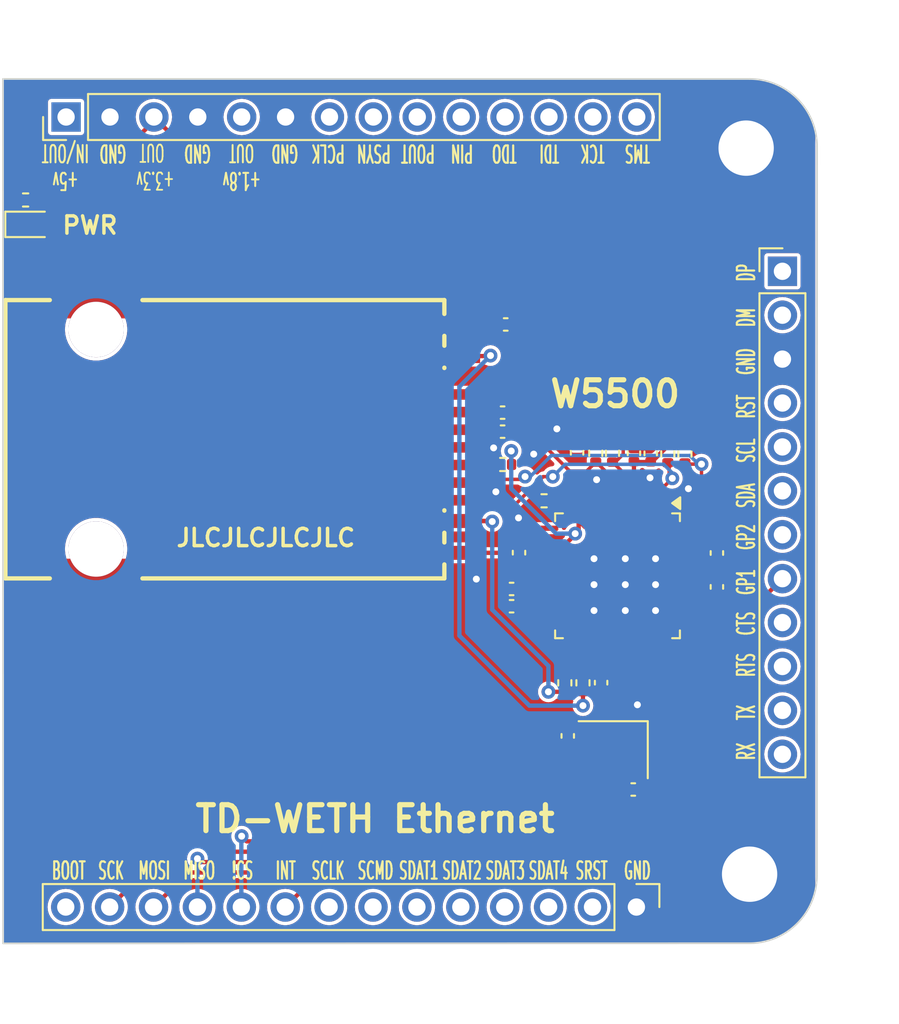
<source format=kicad_pcb>
(kicad_pcb (version 20240108) (generator "pcbnew") (generator_version "8.0")
  (title_block (title "TD-WRLS Ethernet hAT") (date "2024-09-02") (rev "1.0") (company "Teledatics Incorporated") (comment 1 "James Ewing"))
  (layers (0 "F.Cu" signal) (31 "B.Cu" signal) (34 "B.Paste" user) (35 "F.Paste" user) (36 "B.SilkS" user "B.Silkscreen") (37 "F.SilkS" user "F.Silkscreen") (38 "B.Mask" user) (39 "F.Mask" user) (44 "Edge.Cuts" user))
  (net 0 "")
  (net 1 "SDIO_DAT0_1v8")
  (net 2 "SPI_MISO")
  (net 3 "MODE")
  (net 4 "SPI_IRQ")
  (net 5 "SPI_MOSI")
  (net 6 "SPI_SCK")
  (net 7 "SDIO_DAT2_1v8")
  (net 8 "SPI_!CS")
  (net 9 "SDIO_CLK_1v8")
  (net 10 "SDIO_CMD_1v8")
  (net 11 "SDIO_DAT1_1v8")
  (net 12 "SDIO_DAT3_1v8")
  (net 13 "SDIO_RESET_1v8")
  (net 14 "~{RESET}")
  (net 15 "JTAG_TCK")
  (net 16 "JTAG_TDI")
  (net 17 "JTAG_TDO")
  (net 18 "JTAG_TMS")
  (net 19 "USB_D-")
  (net 20 "UART_CTS")
  (net 21 "UART_RTS")
  (net 22 "UART_TX")
  (net 23 "I2C_SDA")
  (net 24 "GPIO2")
  (net 25 "GPIO1")
  (net 26 "UART_RX")
  (net 27 "USB_D+")
  (net 28 "I2C_SCL")
  (net 29 "+1V8")
  (net 30 "PCM_CLK_1v8")
  (net 31 "PCM_OUT_1v8")
  (net 32 "PCM_IN_1v8")
  (net 33 "PCM_SYNC_1v8")
  (net 34 "GND")
  (net 35 "+5V")
  (net 36 "+3V3")
  (net 37 "Net-(C2-Pad2)")
  (net 38 "Net-(C7-Pad2)")
  (net 39 "Net-(C8-Pad2)")
  (net 40 "Net-(U2-1V2O)")
  (net 41 "Net-(U2-TOCAP)")
  (net 42 "Net-(RJ1-LED-)")
  (net 43 "Net-(RJ1-LED1-)")
  (net 44 "TD+")
  (net 45 "TD-")
  (net 46 "RX+")
  (net 47 "RX-")
  (net 48 "Net-(U2-EXRES1)")
  (net 49 "LEDB")
  (net 52 "LEDA")
  (net 63 "Net-(U2-XO)")
  (net 67 "Net-(U2-XI{slash}CLKIN)")
  (net 68 "Net-(D1-K)")
  (net 69 "Net-(RJ1-RD+)")
  (net 70 "Net-(RJ1-RD-)")
  (net 71 "Net-(R8-Pad2)")
  (footprint "Resistor_SMD:R_0402_1005Metric" (layer "F.Cu") (at 225.917716 99.2 90)
    (property "Reference" "R6")
    (property "Value" "49.9")
  )
  (footprint "Capacitor_SMD:C_0402_1005Metric" (layer "F.Cu") (at 219.557716 96.85)
    (property "Reference" "C14")
    (property "Value" "6.8n")
  )
  (footprint "Capacitor_SMD:C_0402_1005Metric" (layer "F.Cu") (at 225.257716 112.47 90)
    (property "Reference" "C11")
    (property "Value" "100n")
  )
  (footprint "Capacitor_SMD:C_0402_1005Metric" (layer "F.Cu") (at 227.117716 118.65)
    (property "Reference" "C8")
    (property "Value" "12pf")
  )
  (footprint "Capacitor_SMD:C_0402_1005Metric" (layer "F.Cu") (at 219.737716 91.75 180)
    (property "Reference" "C1")
    (property "Value" "100n")
  )
  (footprint "Resistor_SMD:R_0402_1005Metric" (layer "F.Cu") (at 230.107716 99.25 90)
    (property "Reference" "R4")
    (property "Value" "49.9")
  )
  (footprint "Capacitor_SMD:C_0402_1005Metric" (layer "F.Cu") (at 227.157716 99.2 -90)
    (property "Reference" "C12")
    (property "Value" "100n")
  )
  (footprint "Capacitor_SMD:C_0402_1005Metric" (layer "F.Cu") (at 220.077716 108.05)
    (property "Reference" "C9")
    (property "Value" "10n")
  )
  (footprint "Package_QFP:LQFP-48_7x7mm_P0.5mm" (layer "F.Cu") (at 226.207716 106.2875 -90)
    (property "Reference" "U2")
    (property "Value" "W5500")
  )
  (footprint "Capacitor_SMD:C_0402_1005Metric" (layer "F.Cu") (at 223.327716 115.55 90)
    (property "Reference" "C7")
    (property "Value" "12pf")
  )
  (footprint "Resistor_SMD:R_0402_1005Metric" (layer "F.Cu") (at 223.157716 112.48 -90)
    (property "Reference" "R1")
    (property "Value" "330R")
  )
  (footprint "Capacitor_SMD:C_0402_1005Metric" (layer "F.Cu") (at 231.957716 104.97 -90)
    (property "Reference" "C5")
    (property "Value" "10u")
  )
  (footprint "Capacitor_SMD:C_0402_1005Metric" (layer "F.Cu") (at 228.127716 99.21 -90)
    (property "Reference" "C6")
    (property "Value" "10u")
  )
  (footprint "Resistor_SMD:R_0402_1005Metric" (layer "F.Cu") (at 224.207716 112.48 -90)
    (property "Reference" "R2")
    (property "Value" "330R")
  )
  (footprint "Capacitor_SMD:C_0402_1005Metric" (layer "F.Cu") (at 220.507716 104.95 -90)
    (property "Reference" "C4")
    (property "Value" "100n")
  )
  (footprint "Connector_PinHeader_2.54mm:PinHeader_1x14_P2.54mm_Vertical" (layer "F.Cu") (at 194.3 79.75 90)
    (property "Reference" "J3")
    (property "Value" "Conn_01x14_Male")
  )
  (footprint "MountingHole:MountingHole_3.2mm_M3_Pad" (layer "F.Cu") (at 233.85 123.55)
    (property "Reference" "H2")
    (property "Value" "MountingHole")
  )
  (footprint "Resistor_SMD:R_0402_1005Metric" (layer "F.Cu") (at 219.567716 99.85 180)
    (property "Reference" "R8")
    (property "Value" "10R")
  )
  (footprint "MountingHole:MountingHole_3.2mm_M3_Pad" (layer "F.Cu") (at 233.65 81.55)
    (property "Reference" "H1")
    (property "Value" "MountingHole")
  )
  (footprint "Resistor_SMD:R_0402_1005Metric" (layer "F.Cu") (at 221.957716 101.95 180)
    (property "Reference" "R10")
    (property "Value" "12k4")
  )
  (footprint "Connector_PinHeader_2.54mm:PinHeader_1x12_P2.54mm_Vertical" (layer "F.Cu") (at 235.75 88.675)
    (property "Reference" "J2")
    (property "Value" "Conn_01x12_Male")
  )
  (footprint "Capacitor_SMD:C_0402_1005Metric" (layer "F.Cu") (at 219.557716 97.95)
    (property "Reference" "C13")
    (property "Value" "6.8n")
  )
  (footprint "Capacitor_SMD:C_0402_1005Metric" (layer "F.Cu") (at 231.957716 106.93 90)
    (property "Reference" "C3")
    (property "Value" "100n")
  )
  (footprint "Crystal:Crystal_SMD_3225-4Pin_3.2x2.5mm" (layer "F.Cu") (at 225.957716 116.35 180)
    (property "Reference" "Y1")
    (property "Value" "25 MHZ XTAL")
  )
  (footprint "Resistor_SMD:R_0402_1005Metric" (layer "F.Cu") (at 191.957716 84.55)
    (property "Reference" "R7")
    (property "Value" "2k2")
  )
  (footprint "Capacitor_SMD:C_0402_1005Metric" (layer "F.Cu") (at 223.867716 99.17 90)
    (property "Reference" "C2")
    (property "Value" "100n")
  )
  (footprint "Capacitor_SMD:C_0402_1005Metric" (layer "F.Cu") (at 220.077716 107.05)
    (property "Reference" "C10")
    (property "Value" "4u7")
  )
  (footprint "Resistor_SMD:R_0402_1005Metric" (layer "F.Cu") (at 229.117716 99.24 90)
    (property "Reference" "R3")
    (property "Value" "49.9")
  )
  (footprint "Connector_PinHeader_2.54mm:PinHeader_1x14_P2.54mm_Vertical" (layer "F.Cu") (at 227.3 125.45 -90)
    (property "Reference" "J1")
    (property "Value" "Conn_01x14_Male")
  )
  (footprint "Resistor_SMD:R_0402_1005Metric" (layer "F.Cu") (at 224.947716 99.2 90)
    (property "Reference" "R5")
    (property "Value" "49.9")
  )
  (footprint "easyeda2kicad:RJ45-SMD_HR961160C" (layer "F.Cu") (at 205.997716 98.35 90)
    (property "Reference" "RJ1")
    (property "Value" "HR961160C")
  )
  (footprint "LED_SMD:LED_0603_1608Metric" (layer "F.Cu") (at 192.267716 85.96)
    (property "Reference" "D1")
    (property "Value" "RD")
  )
  (footprint "teledatics:teledatics_logo_kicad_footprint" (layer "F.Cu") (at 213.464434 101.106453)
    (property "Reference" "G***")
    (property "Value" "LOGO" (hide yes))
  )
  (gr_line (start 233.842284 127.542284) (end 190.657716 127.55) (stroke (width 0.1)) (layer "Edge.Cuts"))
  (gr_line (start 190.65 77.55) (end 233.85 77.55) (stroke (width 0.1)) (layer "Edge.Cuts"))
  (gr_arc (start 237.742284 123.642284) (mid 236.6 126.4) (end 233.842284 127.542284) (stroke (width 0.1)) (layer "Edge.Cuts"))
  (gr_arc (start 233.85 77.55) (mid 236.607716 78.692284) (end 237.75 81.45) (stroke (width 0.1)) (layer "Edge.Cuts"))
  (gr_line (start 190.657716 127.55) (end 190.65 77.55) (stroke (width 0.1)) (layer "Edge.Cuts"))
  (gr_line (start 237.75 81.45) (end 237.742284 123.642284) (stroke (width 0.1)) (layer "Edge.Cuts"))
  (gr_text "+5v\nIN/OUT" (at 194.257716 82.633035 180) (layer "F.SilkS") (effects (font (size 1 0.5) (thickness 0.1125))))
  (gr_text "INT" (at 207.007716 123.35 0) (layer "F.SilkS") (effects (font (size 1 0.5) (thickness 0.125))))
  (gr_text "TMS" (at 227.357716 81.85 180) (layer "F.SilkS") (effects (font (size 1 0.5) (thickness 0.125))))
  (gr_text "PSYN" (at 212.107716 81.85 180) (layer "F.SilkS") (effects (font (size 1 0.5) (thickness 0.125))))
  (gr_text "GP1" (at 233.657716 106.65 90) (layer "F.SilkS") (effects (font (size 1 0.5) (thickness 0.125))))
  (gr_text "PIN" (at 217.207716 81.85 180) (layer "F.SilkS") (effects (font (size 1 0.5) (thickness 0.125))))
  (gr_text "TDI" (at 222.257716 81.85 180) (layer "F.SilkS") (effects (font (size 1 0.5) (thickness 0.125))))
  (gr_text "+3.3v\n OUT" (at 199.457716 82.611097 180) (layer "F.SilkS") (effects (font (size 1 0.5) (thickness 0.1))))
  (gr_text "TX" (at 233.657716 114.2 90) (layer "F.SilkS") (effects (font (size 1 0.5) (thickness 0.125))))
  (gr_text "SCLK" (at 209.457716 123.35 0) (layer "F.SilkS") (effects (font (size 1 0.5) (thickness 0.125))))
  (gr_text "TCK" (at 224.757716 81.85 180) (layer "F.SilkS") (effects (font (size 1 0.5) (thickness 0.125))))
  (gr_text "DM" (at 233.657716 91.35 90) (layer "F.SilkS") (effects (font (size 1 0.5) (thickness 0.125))))
  (gr_text "W5500" (at 222.157716 96.65 0) (layer "F.SilkS") (effects (font (size 1.5 1.5) (thickness 0.3) (bold yes)) (justify left bottom)))
  (gr_text "RX" (at 233.657716 116.45 90) (layer "F.SilkS") (effects (font (size 1 0.5) (thickness 0.125))))
  (gr_text "SCK" (at 196.907716 123.35 0) (layer "F.SilkS") (effects (font (size 1 0.5) (thickness 0.125))))
  (gr_text "SDA" (at 233.657716 101.65 90) (layer "F.SilkS") (effects (font (size 1 0.5) (thickness 0.125))))
  (gr_text "+1.8v\nOUT" (at 204.457716 82.633035 180) (layer "F.SilkS") (effects (font (size 1 0.5) (thickness 0.1125))))
  (gr_text "TDO" (at 219.657716 81.85 180) (layer "F.SilkS") (effects (font (size 1 0.5) (thickness 0.125))))
  (gr_text "POUT" (at 214.657716 81.85 180) (layer "F.SilkS") (effects (font (size 1 0.5) (thickness 0.125))))
  (gr_text "CTS" (at 233.657716 109.05 90) (layer "F.SilkS") (effects (font (size 1 0.5) (thickness 0.125))))
  (gr_text "SCMD" (at 212.207716 123.35 0) (layer "F.SilkS") (effects (font (size 1 0.5) (thickness 0.125))))
  (gr_text "RTS" (at 233.657716 111.45 90) (layer "F.SilkS") (effects (font (size 1 0.5) (thickness 0.125))))
  (gr_text "GP2" (at 233.657716 104.05 90) (layer "F.SilkS") (effects (font (size 1 0.5) (thickness 0.125))))
  (gr_text "GND" (at 197.007716 81.85 180) (layer "F.SilkS") (effects (font (size 1 0.5) (thickness 0.125))))
  (gr_text "SDAT4" (at 222.207716 123.35 0) (layer "F.SilkS") (effects (font (size 1 0.5) (thickness 0.125))))
  (gr_text "GND" (at 233.657716 93.9 90) (layer "F.SilkS") (effects (font (size 1 0.5) (thickness 0.125))))
  (gr_text "GND" (at 206.957716 81.85 180) (layer "F.SilkS") (effects (font (size 1 0.5) (thickness 0.125))))
  (gr_text "SCL" (at 233.657716 99.05 90) (layer "F.SilkS") (effects (font (size 1 0.5) (thickness 0.125))))
  (gr_text "SDAT2" (at 217.207716 123.35 0) (layer "F.SilkS") (effects (font (size 1 0.5) (thickness 0.125))))
  (gr_text "TD-WETH Ethernet" (at 212.177716 120.35 0) (layer "F.SilkS") (effects (font (size 1.5 1.5) (thickness 0.3))))
  (gr_text "SDAT1" (at 214.707716 123.35 0) (layer "F.SilkS") (effects (font (size 1 0.5) (thickness 0.125))))
  (gr_text "RST" (at 233.657716 96.5 90) (layer "F.SilkS") (effects (font (size 1 0.5) (thickness 0.125))))
  (gr_text "PWR" (at 193.977716 86.6 0) (layer "F.SilkS") (effects (font (size 1 1) (thickness 0.2) (bold yes)) (justify left bottom)))
  (gr_text "SRST" (at 224.707716 123.35 0) (layer "F.SilkS") (effects (font (size 1 0.5) (thickness 0.125))))
  (gr_text "!CS" (at 204.507716 123.35 0) (layer "F.SilkS") (effects (font (size 1 0.5) (thickness 0.125))))
  (gr_text "GND" (at 227.357716 123.35 0) (layer "F.SilkS") (effects (font (size 1 0.5) (thickness 0.125))))
  (gr_text "DP" (at 233.657716 88.75 90) (layer "F.SilkS") (effects (font (size 1 0.5) (thickness 0.125))))
  (gr_text "BOOT" (at 194.457716 123.35 0) (layer "F.SilkS") (effects (font (size 1 0.5) (thickness 0.125))))
  (gr_text "MOSI" (at 199.407716 123.35 0) (layer "F.SilkS") (effects (font (size 1 0.5) (thickness 0.125))))
  (gr_text "MISO" (at 202.007716 123.35 0) (layer "F.SilkS") (effects (font (size 1 0.5) (thickness 0.125))))
  (gr_text "SDAT3" (at 219.707716 123.35 0) (layer "F.SilkS") (effects (font (size 1 0.5) (thickness 0.125))))
  (gr_text "GND" (at 201.907716 81.85 180) (layer "F.SilkS") (effects (font (size 1 0.5) (thickness 0.125))))
  (gr_text "JLCJLCJLCJLC" (at 205.857716 104.09 0) (layer "F.SilkS") (effects (font (size 1 1) (thickness 0.2))))
  (gr_text "PCLK" (at 209.457716 81.85 180) (layer "F.SilkS") (effects (font (size 1 0.5) (thickness 0.125))))
  (segment (start 230.457716 113.85) (end 228.757716 112.15) (width 0.25) (layer "F.Cu") (net 2))
  (segment (start 230.457716 119.65) (end 230.457716 113.85) (width 0.25) (layer "F.Cu") (net 2))
  (segment (start 227.957716 111.45) (end 227.957716 110.45) (width 0.25) (layer "F.Cu") (net 2))
  (segment (start 228.757716 112.15) (end 228.657716 112.15) (width 0.25) (layer "F.Cu") (net 2))
  (segment (start 202.1 122.85) (end 227.257716 122.85) (width 0.25) (layer "F.Cu") (net 2))
  (segment (start 228.657716 112.15) (end 227.957716 111.45) (width 0.25) (layer "F.Cu") (net 2))
  (segment (start 201.9 122.65) (end 202.1 122.85) (width 0.25) (layer "F.Cu") (net 2))
  (segment (start 227.257716 122.85) (end 230.457716 119.65) (width 0.25) (layer "F.Cu") (net 2))
  (via (at 201.9 122.65) (size 0.8) (drill 0.4) (layers "F.Cu" "B.Cu") (net 2))
  (segment (start 201.9 122.65) (end 201.9 125.45) (width 0.25) (layer "B.Cu") (net 2))
  (segment (start 228.957716 110.6) (end 228.957716 110.45) (width 0.25) (layer "F.Cu") (net 4))
  (segment (start 206.98 125.45) (end 208.28 124.15) (width 0.25) (layer "F.Cu") (net 4))
  (segment (start 231.757716 113.4) (end 228.957716 110.6) (width 0.25) (layer "F.Cu") (net 4))
  (segment (start 231.757716 119.95) (end 231.757716 113.4) (width 0.25) (layer "F.Cu") (net 4))
  (segment (start 208.28 124.15) (end 227.557716 124.15) (width 0.25) (layer "F.Cu") (net 4))
  (segment (start 227.557716 124.15) (end 231.757716 119.95) (width 0.25) (layer "F.Cu") (net 4))
  (segment (start 228.857716 111.6625) (end 228.457716 111.2625) (width 0.25) (layer "F.Cu") (net 5))
  (segment (start 231.057716 113.55) (end 229.170216 111.6625) (width 0.25) (layer "F.Cu") (net 5))
  (segment (start 228.457716 111.2625) (end 228.457716 110.45) (width 0.25) (layer "F.Cu") (net 5))
  (segment (start 227.457716 123.45) (end 231.057716 119.85) (width 0.25) (layer "F.Cu") (net 5))
  (segment (start 229.170216 111.6625) (end 228.857716 111.6625) (width 0.25) (layer "F.Cu") (net 5))
  (segment (start 201.36 123.45) (end 227.457716 123.45) (width 0.25) (layer "F.Cu") (net 5))
  (segment (start 231.057716 119.85) (end 231.057716 113.55) (width 0.25) (layer "F.Cu") (net 5))
  (segment (start 199.36 125.45) (end 201.36 123.45) (width 0.25) (layer "F.Cu") (net 5))
  (segment (start 196.82 125.45) (end 200.42 121.85) (width 0.25) (layer "F.Cu") (net 6))
  (segment (start 228.507716 112.6) (end 228.407716 112.6) (width 0.25) (layer "F.Cu") (net 6))
  (segment (start 202.957716 122.25) (end 227.057716 122.25) (width 0.25) (layer "F.Cu") (net 6))
  (segment (start 227.057716 122.25) (end 229.857716 119.45) (width 0.25) (layer "F.Cu") (net 6))
  (segment (start 228.407716 112.6) (end 227.457716 111.65) (width 0.25) (layer "F.Cu") (net 6))
  (segment (start 202.557716 121.85) (end 202.957716 122.25) (width 0.25) (layer "F.Cu") (net 6))
  (segment (start 229.857716 113.95) (end 228.507716 112.6) (width 0.25) (layer "F.Cu") (net 6))
  (segment (start 229.857716 119.45) (end 229.857716 113.95) (width 0.25) (layer "F.Cu") (net 6))
  (segment (start 227.457716 111.65) (end 227.457716 110.45) (width 0.25) (layer "F.Cu") (net 6))
  (segment (start 200.42 121.85) (end 202.557716 121.85) (width 0.25) (layer "F.Cu") (net 6))
  (segment (start 226.957716 111.85) (end 226.957716 110.45) (width 0.25) (layer "F.Cu") (net 8))
  (segment (start 204.757716 121.65) (end 226.857716 121.65) (width 0.25) (layer "F.Cu") (net 8))
  (segment (start 226.857716 121.65) (end 229.257716 119.25) (width 0.25) (layer "F.Cu") (net 8))
  (segment (start 204.457716 121.35) (end 204.757716 121.65) (width 0.25) (layer "F.Cu") (net 8))
  (segment (start 229.257716 114.15) (end 226.957716 111.85) (width 0.25) (layer "F.Cu") (net 8))
  (segment (start 229.257716 119.25) (end 229.257716 114.15) (width 0.25) (layer "F.Cu") (net 8))
  (via (at 204.457716 121.35) (size 0.8) (drill 0.4) (layers "F.Cu" "B.Cu") (net 8))
  (segment (start 204.457716 121.35) (end 204.44 121.367716) (width 0.25) (layer "B.Cu") (net 8))
  (segment (start 204.44 121.367716) (end 204.44 125.45) (width 0.25) (layer "B.Cu") (net 8))
  (segment (start 230.370216 109.0375) (end 233.1675 109.0375) (width 0.25) (layer "F.Cu") (net 25))
  (segment (start 233.1675 109.0375) (end 235.75 106.455) (width 0.25) (layer "F.Cu") (net 25))
  (segment (start 220.507716 104.44) (end 220.507716 104.47) (width 0.25) (layer "F.Cu") (net 34))
  (segment (start 220.547716 104.36) (end 220.547716 104.43) (width 0.25) (layer "F.Cu") (net 34))
  (segment (start 220.417716 104.35) (end 220.507716 104.44) (width 0.25) (layer "F.Cu") (net 34))
  (segment (start 220.547716 104.43) (end 220.507716 104.47) (width 0.25) (layer "F.Cu") (net 34))
  (segment (start 222.045216 104.0375) (end 222.027716 104.02) (width 0.25) (layer "F.Cu") (net 34))
  (via (at 230.307716 101.25) (size 0.8) (drill 0.4) (layers "F.Cu" "B.Cu") (net 34))
  (via (at 219.167716 101.43) (size 0.8) (drill 0.4) (layers "F.Cu" "B.Cu") (net 34))
  (via (at 224.847716 106.8) (size 0.8) (drill 0.4) (layers "F.Cu" "B.Cu") (net 34))
  (via (at 219.037716 98.89) (size 0.8) (drill 0.4) (layers "F.Cu" "B.Cu") (net 34))
  (via (at 226.657716 105.3) (size 0.8) (drill 0.4) (layers "F.Cu" "B.Cu") (net 34))
  (via (at 228.407716 108.3) (size 0.8) (drill 0.4) (layers "F.Cu" "B.Cu") (net 34))
  (via (at 228.407716 106.8) (size 0.8) (drill 0.4) (layers "F.Cu" "B.Cu") (net 34))
  (via (at 226.657716 108.3) (size 0.8) (drill 0.4) (layers "F.Cu" "B.Cu") (net 34))
  (via (at 220.477716 102.94) (size 0.8) (drill 0.4) (layers "F.Cu" "B.Cu") (net 34))
  (via (at 226.657716 106.8) (size 0.8) (drill 0.4) (layers "F.Cu" "B.Cu") (net 34))
  (via (at 224.997716 100.73) (size 0.8) (drill 0.4) (layers "F.Cu" "B.Cu") (net 34))
  (via (at 228.407716 105.3) (size 0.8) (drill 0.4) (layers "F.Cu" "B.Cu") (net 34))
  (via (at 227.357716 113.75) (size 0.8) (drill 0.4) (layers "F.Cu" "B.Cu") (net 34))
  (via (at 224.847716 105.3) (size 0.8) (drill 0.4) (layers "F.Cu" "B.Cu") (net 34))
  (via (at 221.357716 99.25) (size 0.8) (drill 0.4) (layers "F.Cu" "B.Cu") (net 34))
  (via (at 222.697716 97.79) (size 0.8) (drill 0.4) (layers "F.Cu" "B.Cu") (net 34))
  (via (at 218.037716 106.48) (size 0.8) (drill 0.4) (layers "F.Cu" "B.Cu") (net 34))
  (via (at 224.847716 108.3) (size 0.8) (drill 0.4) (layers "F.Cu" "B.Cu") (net 34))
  (via (at 228.087716 100.62) (size 0.8) (drill 0.4) (layers "F.Cu" "B.Cu") (net 34))
  (segment (start 225.457716 103.2) (end 225.457716 102.125) (width 0.25) (layer "F.Cu") (net 36))
  (segment (start 230.107716 98.74) (end 229.127716 98.74) (width 0.25) (layer "F.Cu") (net 36))
  (segment (start 223.957716 103.1) (end 223.957716 103.7) (width 0.25) (layer "F.Cu") (net 36))
  (segment (start 223.307716 104.35) (end 223.307716 104.9) (width 0.25) (layer "F.Cu") (net 36))
  (segment (start 227.157716 99.68) (end 227.187716 99.71) (width 0.25) (layer "F.Cu") (net 36))
  (segment (start 222.045216 107.5375) (end 223.020216 107.5375) (width 0.25) (layer "F.Cu") (net 36))
  (segment (start 227.107716 103.45) (end 227.457716 103.1) (width 0.25) (layer "F.Cu") (net 36))
  (segment (start 216.257716 105.26) (end 215.957716 104.96) (width 0.25) (layer "F.Cu") (net 36))
  (segment (start 200.657716 101.95) (end 200.657716 93.35) (width 0.25) (layer "F.Cu") (net 36))
  (segment (start 224.307716 103.45) (end 225.207716 103.45) (width 0.25) (layer "F.Cu") (net 36))
  (segment (start 223.957716 102.125) (end 223.957716 103.1) (width 0.25) (layer "F.Cu") (net 36))
  (segment (start 225.207716 103.45) (end 225.457716 103.2) (width 0.25) (layer "F.Cu") (net 36))
  (segment (start 223.307716 108.85) (end 223.657716 109.2) (width 0.25) (layer "F.Cu") (net 36))
  (segment (start 224.707716 109.2) (end 224.957716 109.45) (width 0.25) (layer "F.Cu") (net 36))
  (segment (start 223.307716 104.9) (end 223.307716 105.95) (width 0.25) (layer "F.Cu") (net 36))
  (segment (start 216.017716 91.8) (end 215.957716 91.74) (width 0.25) (layer "F.Cu") (net 36))
  (segment (start 222.045216 104.5375) (end 222.945216 104.5375) (width 0.25) (layer "F.Cu") (net 36))
  (segment (start 223.307716 105.95) (end 222.895216 105.5375) (width 0.25) (layer "F.Cu") (net 36))
  (segment (start 230.370216 106.0375) (end 230.370216 105.0375) (width 0.25) (layer "F.Cu") (net 36))
  (segment (start 222.945216 104.5375) (end 223.307716 104.9) (width 0.25) (layer "F.Cu") (net 36))
  (segment (start 231.870216 105.5375) (end 230.370216 105.5375) (width 0.25) (layer "F.Cu") (net 36))
  (segment (start 228.203436 99.69) (end 229.117716 98.77572) (width 0.25) (layer "F.Cu") (net 36))
  (segment (start 200.657716 81.027716) (end 199.38 79.75) (width 0.25) (layer "F.Cu") (net 36))
  (segment (start 224.957716 111.69) (end 225.257716 111.99) (width 0.25) (layer "F.Cu") (net 36))
  (segment (start 202.267716 91.74) (end 200.657716 93.35) (width 0.25) (layer "F.Cu") (net 36))
  (segment (start 193.055216 85.96) (end 193.247716 85.96) (width 0.25) (layer "F.Cu") (net 36))
  (segment (start 219.247716 91.74) (end 219.257716 91.75) (width 0.25) (layer "F.Cu") (net 36))
  (segment (start 203.667716 104.96) (end 200.657716 101.95) (width 0.25) (layer "F.Cu") (net 36))
  (segment (start 228.107716 99.71) (end 228.127716 99.69) (width 0.25) (layer "F.Cu") (net 36))
  (segment (start 227.447716 100.975) (end 227.157716 100.685) (width 0.25) (layer "F.Cu") (net 36))
  (segment (start 227.157716 100.685) (end 227.157716 99.68) (width 0.25) (layer "F.Cu") (net 36))
  (segment (start 228.127716 99.69) (end 228.127716 99.76) (width 0.25) (layer "F.Cu") (net 36))
  (segment (start 223.307716 107.25) (end 223.307716 108.85) (width 0.25) (layer "F.Cu") (net 36))
  (segment (start 227.107716 103.45) (end 228.507716 103.45) (width 0.25) (layer "F.Cu") (net 36))
  (segment (start 224.957716 110.45) (end 224.957716 111.69) (width 0.25) (layer "F.Cu") (net 36))
  (segment (start 200.657716 93.35) (end 200.657716 81.027716) (width 0.25) (layer "F.Cu") (net 36))
  (segment (start 222.045216 105.5375) (end 220.615216 105.5375) (width 0.25) (layer "F.Cu") (net 36))
  (segment (start 194.357716 84.85) (end 195.657716 84.85) (width 0.25) (layer "F.Cu") (net 36))
  (segment (start 215.957716 104.96) (end 219.467716 104.96) (width 0.25) (layer "F.Cu") (net 36))
  (segment (start 223.957716 103.7) (end 223.307716 104.35) (width 0.25) (layer "F.Cu") (net 36))
  (segment (start 223.307716 107.25) (end 223.307716 105.95) (width 0.25) (layer "F.Cu") (net 36))
  (segment (start 225.207716 103.45) (end 227.107716 103.45) (width 0.25) (layer "F.Cu") (net 36))
  (segment (start 219.467716 104.96) (end 219.937716 105.43) (width 0.25) (layer "F.Cu") (net 36))
  (segment (start 229.137716 104.08) (end 229.137716 104.73) (width 0.25) (layer "F.Cu") (net 36))
  (segment (start 227.457716 103.1) (end 227.457716 102.125) (width 0.25) (layer "F.Cu") (net 36))
  (segment (start 229.137716 104.73) (end 229.445216 105.0375) (width 0.25) (layer "F.Cu") (net 36))
  (segment (start 229.117716 98.77572) (end 229.117716 98.73) (width 0.25) (layer "F.Cu") (net 36))
  (segment (start 215.957716 91.74) (end 219.247716 91.74) (width 0.25) (layer "F.Cu") (net 36))
  (segment (start 222.895216 105.5375) (end 222.045216 105.5375) (width 0.25) (layer "F.Cu") (net 36))
  (segment (start 231.957716 105.45) (end 231.870216 105.5375) (width 0.25) (layer "F.Cu") (net 36))
  (segment (start 220.057716 99.83) (end 220.077716 99.85) (width 0.25) (layer "F.Cu") (net 36))
  (segment (start 224.957716 109.45) (end 224.957716 110.45) (width 0.25) (layer "F.Cu") (net 36))
  (segment (start 198.157716 81.2) (end 199.38 79.977716) (width 0.25) (layer "F.Cu") (net 36))
  (segment (start 223.020216 107.5375) (end 223.307716 107.25) (width 0.25) (layer "F.Cu") (net 36))
  (segment (start 195.657716 84.85) (end 198.157716 82.35) (width 0.25) (layer "F.Cu") (net 36))
  (segment (start 220.615216 105.5375) (end 220.507716 105.43) (width 0.25) (layer "F.Cu") (net 36))
  (segment (start 227.447716 102.115) (end 227.447716 100.975) (width 0.25) (layer "F.Cu") (net 36))
  (segment (start 231.545216 106.0375) (end 231.957716 106.45) (width 0.25) (layer "F.Cu") (net 36))
  (segment (start 227.457716 102.125) (end 227.447716 102.115) (width 0.25) (layer "F.Cu") (net 36))
  (segment (start 219.937716 105.43) (end 220.507716 105.43) (width 0.25) (layer "F.Cu") (net 36))
  (segment (start 229.445216 105.0375) (end 230.370216 105.0375) (width 0.25) (layer "F.Cu") (net 36))
  (segment (start 215.957716 91.74) (end 202.267716 91.74) (width 0.25) (layer "F.Cu") (net 36))
  (segment (start 220.057716 99.07) (end 220.057716 99.83) (width 0.25) (layer "F.Cu") (net 36))
  (segment (start 228.127716 99.76) (end 228.147716 99.78) (width 0.25) (layer "F.Cu") (net 36))
  (segment (start 223.657716 109.2) (end 224.707716 109.2) (width 0.25) (layer "F.Cu") (net 36))
  (segment (start 193.247716 85.96) (end 194.357716 84.85) (width 0.25) (layer "F.Cu") (net 36))
  (segment (start 228.507716 103.45) (end 229.137716 104.08) (width 0.25) (layer "F.Cu") (net 36))
  (segment (start 229.127716 98.74) (end 229.117716 98.73) (width 0.25) (layer "F.Cu") (net 36))
  (segment (start 223.957716 103.1) (end 224.307716 103.45) (width 0.25) (layer "F.Cu") (net 36))
  (segment (start 198.157716 82.35) (end 198.157716 81.2) (width 0.25) (layer "F.Cu") (net 36))
  (segment (start 228.127716 99.69) (end 228.203436 99.69) (width 0.25) (layer "F.Cu") (net 36))
  (segment (start 227.187716 99.71) (end 228.107716 99.71) (width 0.25) (layer "F.Cu") (net 36))
  (segment (start 215.957716 104.96) (end 203.667716 104.96) (width 0.25) (layer "F.Cu") (net 36))
  (segment (start 230.370216 106.0375) (end 231.545216 106.0375) (width 0.25) (layer "F.Cu") (net 36))
  (segment (start 199.38 79.977716) (end 199.38 79.75) (width 0.25) (layer "F.Cu") (net 36))
  (via (at 223.757716 103.85) (size 0.8) (drill 0.4) (layers "F.Cu" "B.Cu") (net 36))
  (via (at 220.057716 99.07) (size 0.8) (drill 0.4) (layers "F.Cu" "B.Cu") (net 36))
  (segment (start 222.657716 103.85) (end 223.757716 103.85) (width 0.25) (layer "B.Cu") (net 36))
  (segment (start 220.057716 99.07) (end 220.057716 101.25) (width 0.25) (layer "B.Cu") (net 36))
  (segment (start 220.057716 101.25) (end 222.657716 103.85) (width 0.25) (layer "B.Cu") (net 36))
  (segment (start 225.917716 98.69) (end 223.867716 98.69) (width 0.25) (layer "F.Cu") (net 37))
  (segment (start 223.757716 115.5) (end 224.857716 115.5) (width 0.25) (layer "F.Cu") (net 38))
  (segment (start 223.327716 115.07) (end 223.757716 115.5) (width 0.25) (layer "F.Cu") (net 38))
  (segment (start 227.597716 117.74) (end 227.057716 117.2) (width 0.25) (layer "F.Cu") (net 39))
  (segment (start 227.597716 118.65) (end 227.597716 117.74) (width 0.25) (layer "F.Cu") (net 39))
  (segment (start 220.557716 108.05) (end 222.032716 108.05) (width 0.25) (layer "F.Cu") (net 40))
  (segment (start 222.032716 108.05) (end 222.045216 108.0375) (width 0.25) (layer "F.Cu") (net 40))
  (segment (start 220.557716 107.05) (end 222.032716 107.05) (width 0.25) (layer "F.Cu") (net 41))
  (segment (start 222.032716 107.05) (end 222.045216 107.0375) (width 0.25) (layer "F.Cu") (net 41))
  (segment (start 215.957716 93.58) (end 218.827716 93.58) (width 0.25) (layer "F.Cu") (net 42))
  (segment (start 218.827716 93.58) (end 218.857716 93.55) (width 0.25) (layer "F.Cu") (net 42))
  (segment (start 224.207716 112.99) (end 224.207716 113.8) (width 0.25) (layer "F.Cu") (net 42))
  (via (at 224.207716 113.8) (size 0.8) (drill 0.4) (layers "F.Cu" "B.Cu") (net 42))
  (via (at 218.857716 93.55) (size 0.8) (drill 0.4) (layers "F.Cu" "B.Cu") (net 42))
  (segment (start 224.207716 113.8) (end 221.107716 113.8) (width 0.25) (layer "B.Cu") (net 42))
  (segment (start 217.057716 109.75) (end 217.057716 95.35) (width 0.25) (layer "B.Cu") (net 42))
  (segment (start 217.057716 95.35) (end 218.857716 93.55) (width 0.25) (layer "B.Cu") (net 42))
  (segment (start 221.107716 113.8) (end 217.057716 109.75) (width 0.25) (layer "B.Cu") (net 42))
  (segment (start 218.927716 103.12) (end 218.287716 103.12) (width 0.25) (layer "F.Cu") (net 43))
  (segment (start 218.957716 103.15) (end 218.927716 103.12) (width 0.25) (layer "F.Cu") (net 43))
  (segment (start 218.927716 103.12) (end 215.957716 103.12) (width 0.25) (layer "F.Cu") (net 43))
  (segment (start 222.207716 113) (end 223.147716 113) (width 0.25) (layer "F.Cu") (net 43))
  (segment (start 223.147716 113) (end 223.157716 112.99) (width 0.25) (layer "F.Cu") (net 43))
  (via (at 222.207716 113) (size 0.8) (drill 0.4) (layers "F.Cu" "B.Cu") (net 43))
  (via (at 218.957716 103.15) (size 0.8) (drill 0.4) (layers "F.Cu" "B.Cu") (net 43))
  (segment (start 222.207716 111.5) (end 218.957716 108.25) (width 0.25) (layer "B.Cu") (net 43))
  (segment (start 222.207716 113) (end 222.207716 111.5) (width 0.25) (layer "B.Cu") (net 43))
  (segment (start 218.957716 108.25) (end 218.957716 103.15) (width 0.25) (layer "B.Cu") (net 43))
  (segment (start 228.457716 102.125) (end 228.457716 101.33) (width 0.2) (layer "F.Cu") (net 44))
  (segment (start 228.712716 101.075) (end 228.952716 101.075) (width 0.2) (layer "F.Cu") (net 44))
  (segment (start 220.217716 102.24) (end 218.577716 102.24) (width 0.2) (layer "F.Cu") (net 44))
  (segment (start 218.577716 102.24) (end 218.437716 102.1) (width 0.2) (layer "F.Cu") (net 44))
  (segment (start 229.197716 99.83) (end 229.117716 99.75) (width 0.2) (layer "F.Cu") (net 44))
  (segment (start 228.952716 101.075) (end 229.377716 100.65) (width 0.2) (layer "F.Cu") (net 44))
  (segment (start 229.197716 100.47) (end 229.197716 99.83) (width 0.2) (layer "F.Cu") (net 44))
  (segment (start 222.462716 100.555) (end 221.902716 100.555) (width 0.2) (layer "F.Cu") (net 44))
  (segment (start 228.457716 101.33) (end 228.712716 101.075) (width 0.2) (layer "F.Cu") (net 44))
  (segment (start 229.377716 100.65) (end 229.197716 100.47) (width 0.2) (layer "F.Cu") (net 44))
  (segment (start 218.437716 102.1) (end 216.137716 102.1) (width 0.2) (layer "F.Cu") (net 44))
  (segment (start 221.902716 100.555) (end 220.217716 102.24) (width 0.2) (layer "F.Cu") (net 44))
  (segment (start 216.137716 102.1) (end 215.957716 101.92) (width 0.2) (layer "F.Cu") (net 44))
  (via (at 222.462716 100.555) (size 0.8) (drill 0.4) (layers "F.Cu" "B.Cu") (net 44))
  (via (at 229.377716 100.65) (size 0.8) (drill 0.4) (layers "F.Cu" "B.Cu") (net 44))
  (segment (start 228.877716 99.84) (end 229.377716 100.34) (width 0.2) (layer "B.Cu") (net 44))
  (segment (start 223.177716 99.84) (end 228.877716 99.84) (width 0.2) (layer "B.Cu") (net 44))
  (segment (start 229.377716 100.34) (end 229.377716 100.65) (width 0.2) (layer "B.Cu") (net 44))
  (segment (start 222.462716 100.555) (end 223.177716 99.84) (width 0.2) (layer "B.Cu") (net 44))
  (segment (start 230.177716 99.83) (end 230.107716 99.76) (width 0.2) (layer "F.Cu") (net 45))
  (segment (start 230.482716 102.125) (end 228.957716 102.125) (width 0.2) (layer "F.Cu") (net 45))
  (segment (start 231.067716 101.54) (end 230.482716 102.125) (width 0.2) (layer "F.Cu") (net 45))
  (segment (start 220.697716 100.71) (end 216.147716 100.71) (width 0.2) (layer "F.Cu") (net 45))
  (segment (start 231.067716 99.83) (end 230.177716 99.83) (width 0.2) (layer "F.Cu") (net 45))
  (segment (start 231.067716 99.83) (end 231.067716 101.54) (width 0.2) (layer "F.Cu") (net 45))
  (segment (start 216.147716 100.71) (end 215.957716 100.9) (width 0.2) (layer "F.Cu") (net 45))
  (segment (start 220.857716 100.55) (end 220.697716 100.71) (width 0.2) (layer "F.Cu") (net 45))
  (via (at 220.857716 100.55) (size 0.8) (drill 0.4) (layers "F.Cu" "B.Cu") (net 45))
  (via (at 231.067716 99.83) (size 0.8) (drill 0.4) (layers "F.Cu" "B.Cu") (net 45))
  (segment (start 230.387716 99.33) (end 231.067716 100.01) (width 0.2) (layer "B.Cu") (net 45))
  (segment (start 220.857716 100.55) (end 221.157716 100.55) (width 0.2) (layer "B.Cu") (net 45))
  (segment (start 221.157716 100.55) (end 222.377716 99.33) (width 0.2) (layer "B.Cu") (net 45))
  (segment (start 222.377716 99.33) (end 230.387716 99.33) (width 0.2) (layer "B.Cu") (net 45))
  (segment (start 231.067716 100.01) (end 231.067716 99.83) (width 0.2) (layer "B.Cu") (net 45))
  (segment (start 224.947716 99.71) (end 224.427716 100.23) (width 0.2) (layer "F.Cu") (net 46))
  (segment (start 224.977716 99.71) (end 225.572716 100.305) (width 0.2) (layer "F.Cu") (net 46))
  (segment (start 224.427716 100.23) (end 223.437716 100.23) (width 0.2) (layer "F.Cu") (net 46))
  (segment (start 226.457716 101.175) (end 226.457716 102.125) (width 0.2) (layer "F.Cu") (net 46))
  (segment (start 221.157716 97.95) (end 220.037716 97.95) (width 0.2) (layer "F.Cu") (net 46))
  (segment (start 226.230216 100.9475) (end 226.457716 101.175) (width 0.2) (layer "F.Cu") (net 46))
  (segment (start 225.822716 100.305) (end 226.230216 100.7125) (width 0.2) (layer "F.Cu") (net 46))
  (segment (start 224.947716 99.71) (end 224.977716 99.71) (width 0.2) (layer "F.Cu") (net 46))
  (segment (start 226.407716 102.075) (end 226.457716 102.125) (width 0.2) (layer "F.Cu") (net 46))
  (segment (start 223.437716 100.23) (end 221.157716 97.95) (width 0.2) (layer "F.Cu") (net 46))
  (segment (start 226.230216 100.7125) (end 226.230216 100.9475) (width 0.2) (layer "F.Cu") (net 46))
  (segment (start 225.572716 100.305) (end 225.822716 100.305) (width 0.2) (layer "F.Cu") (net 46))
  (segment (start 225.917716 99.71) (end 225.927716 99.71) (width 0.2) (layer "F.Cu") (net 47))
  (segment (start 226.537716 98.25) (end 225.147716 96.86) (width 0.2) (layer "F.Cu") (net 47))
  (segment (start 226.077716 99.71) (end 226.537716 99.25) (width 0.2) (layer "F.Cu") (net 47))
  (segment (start 225.157716 96.85) (end 220.037716 96.85) (width 0.2) (layer "F.Cu") (net 47))
  (segment (start 226.537716 99.25) (end 226.537716 98.25) (width 0.2) (layer "F.Cu") (net 47))
  (segment (start 226.687716 100.47) (end 226.687716 100.83) (width 0.2) (layer "F.Cu") (net 47))
  (segment (start 226.957716 101.1) (end 226.957716 102.125) (width 0.2) (layer "F.Cu") (net 47))
  (segment (start 225.917716 99.71) (end 226.077716 99.71) (width 0.2) (layer "F.Cu") (net 47))
  (segment (start 226.687716 100.83) (end 226.957716 101.1) (width 0.2) (layer "F.Cu") (net 47))
  (segment (start 225.927716 99.71) (end 226.687716 100.47) (width 0.2) (layer "F.Cu") (net 47))
  (segment (start 225.147716 96.86) (end 225.157716 96.85) (width 0.2) (layer "F.Cu") (net 47))
  (segment (start 224.457716 102.125) (end 224.457716 101.3) (width 0.25) (layer "F.Cu") (net 48))
  (segment (start 223.107716 101.05) (end 222.467716 101.69) (width 0.25) (layer "F.Cu") (net 48))
  (segment (start 224.207716 101.05) (end 223.107716 101.05) (width 0.25) (layer "F.Cu") (net 48))
  (segment (start 224.457716 101.3) (end 224.207716 101.05) (width 0.25) (layer "F.Cu") (net 48))
  (segment (start 222.467716 101.69) (end 222.467716 101.95) (width 0.25) (layer "F.Cu") (net 48))
  (segment (start 223.457716 110.45) (end 223.457716 111.67) (width 0.25) (layer "F.Cu") (net 49))
  (segment (start 223.457716 111.67) (end 223.157716 111.97) (width 0.25) (layer "F.Cu") (net 49))
  (segment (start 224.457716 110.45) (end 224.457716 111.72) (width 0.25) (layer "F.Cu") (net 52))
  (segment (start 224.457716 111.72) (end 224.207716 111.97) (width 0.25) (layer "F.Cu") (net 52))
  (segment (start 226.457716 110.45) (end 226.457716 114.9) (width 0.25) (layer "F.Cu") (net 63))
  (segment (start 226.457716 114.9) (end 227.057716 115.5) (width 0.25) (layer "F.Cu") (net 63))
  (segment (start 225.957716 110.45) (end 225.957716 116.45) (width 0.25) (layer "F.Cu") (net 67))
  (segment (start 225.957716 116.45) (end 225.207716 117.2) (width 0.25) (layer "F.Cu") (net 67))
  (segment (start 225.207716 117.2) (end 224.857716 117.2) (width 0.25) (layer "F.Cu") (net 67))
  (segment (start 191.447716 84.55) (end 191.447716 85.9275) (width 0.25) (layer "F.Cu") (net 68))
  (segment (start 191.447716 85.9275) (end 191.480216 85.96) (width 0.25) (layer "F.Cu") (net 68))
  (segment (start 216.067716 97.95) (end 215.957716 97.84) (width 0.25) (layer "F.Cu") (net 69))
  (segment (start 219.077716 97.95) (end 216.067716 97.95) (width 0.25) (layer "F.Cu") (net 69))
  (segment (start 219.077716 96.85) (end 215.987716 96.85) (width 0.25) (layer "F.Cu") (net 70))
  (segment (start 215.987716 96.85) (end 215.957716 96.82) (width 0.25) (layer "F.Cu") (net 70))
  (segment (start 215.987716 99.85) (end 215.957716 99.88) (width 0.25) (layer "F.Cu") (net 71))
  (segment (start 219.057716 99.85) (end 215.987716 99.85) (width 0.25) (layer "F.Cu") (net 71))
  (zone (net 34) (net_name "GND") (layers "F&B.Cu") (connect_pads yes (clearance 0)) (min_thickness 0.254) (fill yes (thermal_gap 0.508) (thermal_bridge_width 0.508))
    (polygon (pts (xy 237.65 127.55) (xy 190.65 127.55) (xy 190.65 77.55) (xy 237.65 77.55)))
  )
)
</source>
